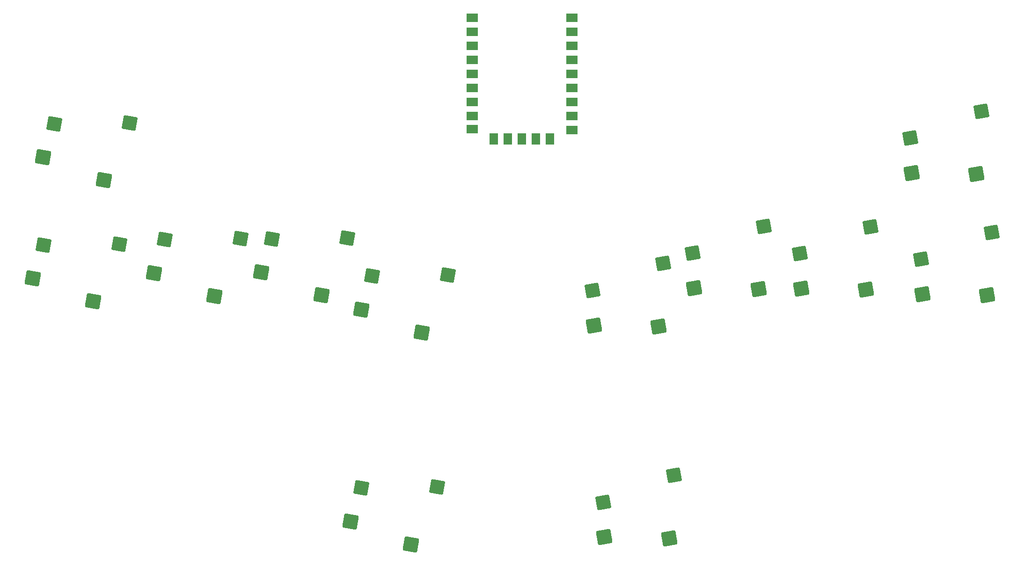
<source format=gbp>
G04 #@! TF.GenerationSoftware,KiCad,Pcbnew,9.0.2-rc1*
G04 #@! TF.CreationDate,2025-07-21T22:58:39+09:00*
G04 #@! TF.ProjectId,MAXCON-zero,4d415843-4f4e-42d7-9a65-726f2e6b6963,rev?*
G04 #@! TF.SameCoordinates,Original*
G04 #@! TF.FileFunction,Paste,Bot*
G04 #@! TF.FilePolarity,Positive*
%FSLAX46Y46*%
G04 Gerber Fmt 4.6, Leading zero omitted, Abs format (unit mm)*
G04 Created by KiCad (PCBNEW 9.0.2-rc1) date 2025-07-21 22:58:39*
%MOMM*%
%LPD*%
G01*
G04 APERTURE LIST*
G04 Aperture macros list*
%AMRoundRect*
0 Rectangle with rounded corners*
0 $1 Rounding radius*
0 $2 $3 $4 $5 $6 $7 $8 $9 X,Y pos of 4 corners*
0 Add a 4 corners polygon primitive as box body*
4,1,4,$2,$3,$4,$5,$6,$7,$8,$9,$2,$3,0*
0 Add four circle primitives for the rounded corners*
1,1,$1+$1,$2,$3*
1,1,$1+$1,$4,$5*
1,1,$1+$1,$6,$7*
1,1,$1+$1,$8,$9*
0 Add four rect primitives between the rounded corners*
20,1,$1+$1,$2,$3,$4,$5,0*
20,1,$1+$1,$4,$5,$6,$7,0*
20,1,$1+$1,$6,$7,$8,$9,0*
20,1,$1+$1,$8,$9,$2,$3,0*%
G04 Aperture macros list end*
%ADD10RoundRect,0.260000X1.229414X0.839265X-0.868226X1.209135X-1.229414X-0.839265X0.868226X-1.209135X0*%
%ADD11RoundRect,0.250000X1.183076X0.806818X-0.835780X1.162797X-1.183076X-0.806818X0.835780X-1.162797X0*%
%ADD12R,2.000000X1.600000*%
%ADD13R,1.600000X2.000000*%
%ADD14RoundRect,0.260000X0.868226X1.209135X-1.229414X0.839265X-0.868226X-1.209135X1.229414X-0.839265X0*%
%ADD15RoundRect,0.250000X0.835780X1.162797X-1.183076X0.806818X-0.835780X-1.162797X1.183076X-0.806818X0*%
G04 APERTURE END LIST*
D10*
G04 #@! TO.C,GP15*
X47723468Y-61251300D03*
D11*
X49687270Y-55210538D03*
D10*
X58656884Y-65413092D03*
D11*
X63374001Y-55044694D03*
G04 #@! TD*
D12*
G04 #@! TO.C,RZ1*
X143336529Y-35999797D03*
X143336529Y-38539797D03*
X143336529Y-41079797D03*
X143336529Y-43619797D03*
X143336529Y-46159797D03*
X143336529Y-48699797D03*
X143336529Y-51239797D03*
X143336529Y-53779797D03*
X143336529Y-56319797D03*
D13*
X139416529Y-57909797D03*
X136876529Y-57909797D03*
X134336529Y-57909797D03*
X131796529Y-57909797D03*
X129256529Y-57909797D03*
D12*
X125336529Y-56131797D03*
X125336529Y-53779797D03*
X125336529Y-51239797D03*
X125336529Y-48699797D03*
X125336529Y-46159797D03*
X125336529Y-43619797D03*
X125336529Y-41079797D03*
X125336529Y-38539797D03*
X125336529Y-35999797D03*
G04 #@! TD*
D14*
G04 #@! TO.C,GP7*
X165456941Y-84912755D03*
D15*
X165236249Y-78564636D03*
D14*
X177154407Y-85084112D03*
D15*
X178040846Y-73727656D03*
G04 #@! TD*
D10*
G04 #@! TO.C,GP13*
X67727990Y-82188126D03*
D11*
X69691792Y-76147364D03*
D10*
X78661406Y-86349918D03*
D11*
X83378523Y-75981520D03*
G04 #@! TD*
D14*
G04 #@! TO.C,GP9*
X149229970Y-130015755D03*
D15*
X149009278Y-123667636D03*
D14*
X160927436Y-130187112D03*
D15*
X161813875Y-118830656D03*
G04 #@! TD*
D10*
G04 #@! TO.C,GP10*
X103323316Y-127152297D03*
D11*
X105287118Y-121111535D03*
D10*
X114256732Y-131314089D03*
D11*
X118973849Y-120945691D03*
G04 #@! TD*
D14*
G04 #@! TO.C,GP5*
X206757958Y-86020234D03*
D15*
X206537266Y-79672115D03*
D14*
X218455424Y-86191591D03*
D15*
X219341863Y-74835135D03*
G04 #@! TD*
D14*
G04 #@! TO.C,GP8*
X147304122Y-91667580D03*
D15*
X147083430Y-85319461D03*
D14*
X159001588Y-91838937D03*
D15*
X159888027Y-80482481D03*
G04 #@! TD*
D10*
G04 #@! TO.C,GP12*
X87096346Y-82049297D03*
D11*
X89060148Y-76008535D03*
D10*
X98029762Y-86211089D03*
D11*
X102746879Y-75842691D03*
G04 #@! TD*
D10*
G04 #@! TO.C,GP14*
X45795329Y-83156776D03*
D11*
X47759131Y-77116014D03*
D10*
X56728745Y-87318568D03*
D11*
X61445862Y-76950170D03*
G04 #@! TD*
D10*
G04 #@! TO.C,GP11*
X105249165Y-88804122D03*
D11*
X107212967Y-82763360D03*
D10*
X116182581Y-92965914D03*
D11*
X120899698Y-82597516D03*
G04 #@! TD*
D14*
G04 #@! TO.C,GP4*
X204829819Y-64114758D03*
D15*
X204609127Y-57766639D03*
D14*
X216527285Y-64286115D03*
D15*
X217413724Y-52929659D03*
G04 #@! TD*
D14*
G04 #@! TO.C,GP6*
X184825297Y-85051584D03*
D15*
X184604605Y-78703465D03*
D14*
X196522763Y-85222941D03*
D15*
X197409202Y-73866485D03*
G04 #@! TD*
M02*

</source>
